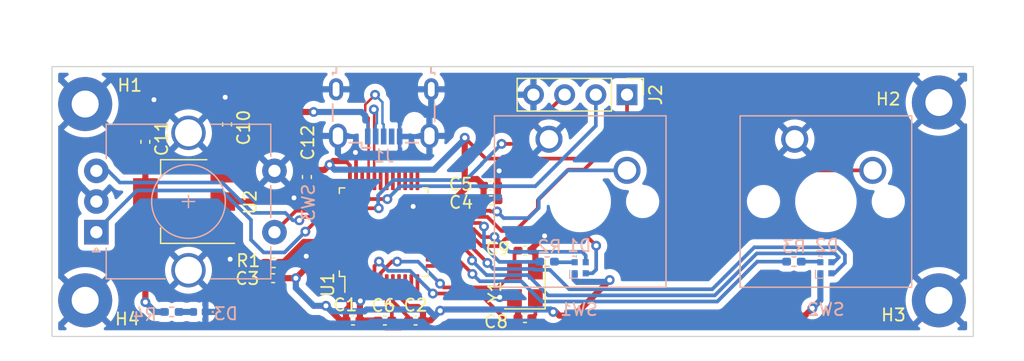
<source format=kicad_pcb>
(kicad_pcb (version 20211014) (generator pcbnew)
  (layers (0 "F.Cu" signal) (31 "B.Cu" power) (34 "B.Paste" user) (35 "F.Paste" user) (36 "B.SilkS" user "B.Silkscreen") (37 "F.SilkS" user "F.Silkscreen") (38 "B.Mask" user) (39 "F.Mask" user) (44 "Edge.Cuts" user))
  (net 0 "")
  (net 1 "+3.3V")
  (net 2 "GND")
  (net 3 "/nrst")
  (net 4 "/osc_in")
  (net 5 "/osc_out")
  (net 6 "+5V")
  (net 7 "Net-(D1-Pad1)")
  (net 8 "/rgb1g")
  (net 9 "/rgb1b")
  (net 10 "Net-(D2-Pad1)")
  (net 11 "/rgb2g")
  (net 12 "/rgb2b")
  (net 13 "/pwr_led_+")
  (net 14 "/usb-")
  (net 15 "/usb+")
  (net 17 "/swdio")
  (net 18 "/swclk")
  (net 19 "/boot0")
  (net 20 "/rgb1r")
  (net 21 "/rgb2r")
  (net 22 "/sw1")
  (net 23 "/sw2")
  (net 24 "/rot_encoder_a")
  (net 25 "/rot_encoder_b")
  (net 26 "/rot_encoder_sw")
  (footprint "MountingHole:MountingHole_2.2mm_M2_Pad_TopBottom" (layer "F.Cu") (at 110.7 122.555)
    (fp_text reference "H4" (at 3.429 1.524) (layer "F.SilkS"))
    (fp_text value "MountingHole_Pad")
    (pad "1" connect circle (at 0 0) (size 4.4 4.4) (layers "F.Cu" "F.Mask") (net 2 "GND"))
    (pad "1" connect circle (at 0 0) (size 4.4 4.4) (layers "B.Cu" "B.Mask") (net 2 "GND"))
    (pad "1" thru_hole circle (at 0 0) (size 2.6 2.6) (drill 2.2) (layers *.Cu *.Mask) (net 2 "GND"))
  )
  (footprint "Capacitor_SMD:C_0402_1005Metric_Pad0.74x0.62mm_HandSolder" (layer "F.Cu") (at 146.5 124 180)
    (fp_text reference "C8" (at 2.35 -0.3 180) (layer "F.SilkS"))
    (fp_text value "10p")
    (pad "1" smd roundrect (at -0.5675 0 180) (size 0.735 0.62) (layers "F.Cu" "F.Paste" "F.Mask") (net 4 "/osc_in"))
    (pad "2" smd roundrect (at 0.5675 0 180) (size 0.735 0.62) (layers "F.Cu" "F.Paste" "F.Mask") (net 2 "GND"))
  )
  (footprint "Capacitor_SMD:C_0402_1005Metric_Pad0.74x0.62mm_HandSolder" (layer "F.Cu") (at 137.6 124.2 180)
    (fp_text reference "C2" (at 0 1.25) (layer "F.SilkS"))
    (fp_text value "100n")
    (pad "1" smd roundrect (at -0.5675 0 180) (size 0.735 0.62) (layers "F.Cu" "F.Paste" "F.Mask") (net 1 "+3.3V"))
    (pad "2" smd roundrect (at 0.5675 0 180) (size 0.735 0.62) (layers "F.Cu" "F.Paste" "F.Mask") (net 2 "GND"))
  )
  (footprint "MountingHole:MountingHole_2.2mm_M2_Pad_TopBottom" (layer "F.Cu") (at 110.7 106.553)
    (fp_text reference "H1" (at 3.625 -1.528) (layer "F.SilkS"))
    (fp_text value "MountingHole_Pad")
    (pad "1" thru_hole circle (at 0 0) (size 2.6 2.6) (drill 2.2) (layers *.Cu *.Mask) (net 2 "GND"))
    (pad "1" connect circle (at 0 0) (size 4.4 4.4) (layers "F.Cu" "F.Mask") (net 2 "GND"))
    (pad "1" connect circle (at 0 0) (size 4.4 4.4) (layers "B.Cu" "B.Mask") (net 2 "GND"))
  )
  (footprint "MountingHole:MountingHole_2.2mm_M2_Pad_TopBottom" (layer "F.Cu") (at 180.2 122.555)
    (fp_text reference "H3" (at -3.7 1.195) (layer "F.SilkS"))
    (fp_text value "MountingHole_Pad")
    (pad "1" thru_hole circle (at 0 0) (size 2.6 2.6) (drill 2.2) (layers *.Cu *.Mask) (net 2 "GND"))
    (pad "1" connect circle (at 0 0) (size 4.4 4.4) (layers "B.Cu" "B.Mask") (net 2 "GND"))
    (pad "1" connect circle (at 0 0) (size 4.4 4.4) (layers "F.Cu" "F.Mask") (net 2 "GND"))
  )
  (footprint "Crystal:Crystal_SMD_3225-4Pin_3.2x2.5mm" (layer "F.Cu") (at 146.5 121.25 90)
    (fp_text reference "Y1" (at -0.62 -2.45 90) (layer "F.SilkS"))
    (fp_text value "16MHz")
    (pad "1" smd rect (at -1.1 0.85 90) (size 1.4 1.2) (layers "F.Cu" "F.Paste" "F.Mask") (net 4 "/osc_in"))
    (pad "2" smd rect (at 1.1 0.85 90) (size 1.4 1.2) (layers "F.Cu" "F.Paste" "F.Mask") (net 2 "GND"))
    (pad "3" smd rect (at 1.1 -0.85 90) (size 1.4 1.2) (layers "F.Cu" "F.Paste" "F.Mask") (net 5 "/osc_out"))
    (pad "4" smd rect (at -1.1 -0.85 90) (size 1.4 1.2) (layers "F.Cu" "F.Paste" "F.Mask") (net 2 "GND"))
  )
  (footprint "MountingHole:MountingHole_2.2mm_M2_Pad_TopBottom" (layer "F.Cu") (at 180.2 106.426)
    (fp_text reference "H2" (at -4.125 -0.276) (layer "F.SilkS"))
    (fp_text value "MountingHole_Pad")
    (pad "1" connect circle (at 0 0) (size 4.4 4.4) (layers "B.Cu" "B.Mask") (net 2 "GND"))
    (pad "1" connect circle (at 0 0) (size 4.4 4.4) (layers "F.Cu" "F.Mask") (net 2 "GND"))
    (pad "1" thru_hole circle (at 0 0) (size 2.6 2.6) (drill 2.2) (layers *.Cu *.Mask) (net 2 "GND"))
  )
  (footprint "Capacitor_SMD:C_0402_1005Metric_Pad0.74x0.62mm_HandSolder" (layer "F.Cu") (at 115.6 109.6325 90)
    (fp_text reference "C11" (at 0.2825 1.325 90) (layer "F.SilkS"))
    (fp_text value "22pf")
    (pad "1" smd roundrect (at -0.5675 0 90) (size 0.735 0.62) (layers "F.Cu" "F.Paste" "F.Mask") (net 1 "+3.3V"))
    (pad "2" smd roundrect (at 0.5675 0 90) (size 0.735 0.62) (layers "F.Cu" "F.Paste" "F.Mask") (net 2 "GND"))
  )
  (footprint "Capacitor_SMD:C_0402_1005Metric_Pad0.74x0.62mm_HandSolder" (layer "F.Cu") (at 143.7 113.2)
    (fp_text reference "C5" (at -2.425 -0.1) (layer "F.SilkS"))
    (fp_text value "10u")
    (pad "1" smd roundrect (at -0.5675 0) (size 0.735 0.62) (layers "F.Cu" "F.Paste" "F.Mask") (net 1 "+3.3V"))
    (pad "2" smd roundrect (at 0.5675 0) (size 0.735 0.62) (layers "F.Cu" "F.Paste" "F.Mask") (net 2 "GND"))
  )
  (footprint "Resistor_SMD:R_0402_1005Metric_Pad0.72x0.64mm_HandSolder" (layer "F.Cu") (at 126 119.5 180)
    (fp_text reference "R1" (at 2.025 0.175 180) (layer "F.SilkS"))
    (fp_text value "10K")
    (pad "1" smd roundrect (at -0.5975 0 180) (size 0.715 0.64) (layers "F.Cu" "F.Paste" "F.Mask") (net 19 "/boot0"))
    (pad "2" smd roundrect (at 0.5975 0 180) (size 0.715 0.64) (layers "F.Cu" "F.Paste" "F.Mask") (net 2 "GND"))
  )
  (footprint "Package_TO_SOT_SMD:SOT-223-3_TabPin2" (layer "F.Cu") (at 118.75 114.5 180)
    (fp_text reference "U2" (at -5.387 -0.054 90) (layer "F.SilkS"))
    (fp_text value "AMS1117-3.3")
    (pad "1" smd rect (at -3.15 -2.3 180) (size 2 1.5) (layers "F.Cu" "F.Paste" "F.Mask") (net 2 "GND"))
    (pad "2" smd rect (at -3.15 0 180) (size 2 1.5) (layers "F.Cu" "F.Paste" "F.Mask") (net 1 "+3.3V"))
    (pad "2" smd rect (at 3.15 0 180) (size 2 3.8) (layers "F.Cu" "F.Paste" "F.Mask") (net 1 "+3.3V"))
    (pad "3" smd rect (at -3.15 2.3 180) (size 2 1.5) (layers "F.Cu" "F.Paste" "F.Mask") (net 6 "+5V"))
  )
  (footprint "Capacitor_SMD:C_0402_1005Metric_Pad0.74x0.62mm_HandSolder" (layer "F.Cu") (at 128.75 112.5 -90)
    (fp_text reference "C12" (at -2.8 -0.075 90) (layer "F.SilkS"))
    (fp_text value "100n")
    (pad "1" smd roundrect (at -0.5675 0 270) (size 0.735 0.62) (layers "F.Cu" "F.Paste" "F.Mask") (net 1 "+3.3V"))
    (pad "2" smd roundrect (at 0.5675 0 270) (size 0.735 0.62) (layers "F.Cu" "F.Paste" "F.Mask") (net 2 "GND"))
  )
  (footprint "Capacitor_SMD:C_0402_1005Metric_Pad0.74x0.62mm_HandSolder" (layer "F.Cu") (at 126 120.75 180)
    (fp_text reference "C3" (at 2.1 -0.025 180) (layer "F.SilkS"))
    (fp_text value "100n")
    (pad "1" smd roundrect (at -0.5675 0 180) (size 0.735 0.62) (layers "F.Cu" "F.Paste" "F.Mask") (net 1 "+3.3V"))
    (pad "2" smd roundrect (at 0.5675 0 180) (size 0.735 0.62) (layers "F.Cu" "F.Paste" "F.Mask") (net 2 "GND"))
  )
  (footprint "Capacitor_SMD:C_0402_1005Metric_Pad0.74x0.62mm_HandSolder" (layer "F.Cu") (at 132.5 124.2)
    (fp_text reference "C1" (at -0.625 -1.275) (layer "F.SilkS"))
    (fp_text value "100n")
    (pad "1" smd roundrect (at -0.5675 0) (size 0.735 0.62) (layers "F.Cu" "F.Paste" "F.Mask") (net 1 "+3.3V"))
    (pad "2" smd roundrect (at 0.5675 0) (size 0.735 0.62) (layers "F.Cu" "F.Paste" "F.Mask") (net 2 "GND"))
  )
  (footprint "Package_QFP:LQFP-48_7x7mm_P0.5mm" (layer "F.Cu") (at 135 117 90)
    (fp_text reference "U1" (at -4.275 -4.55 90) (layer "F.SilkS"))
    (fp_text value "STM32F103C6Tx")
    (pad "1" smd roundrect (at -4.1625 -2.75 90) (size 1.475 0.3) (layers "F.Cu" "F.Paste" "F.Mask") (net 1 "+3.3V"))
    (pad "2" smd roundrect (at -4.1625 -2.25 90) (size 1.475 0.3) (layers "F.Cu" "F.Paste" "F.Mask"))
    (pad "3" smd roundrect (at -4.1625 -1.75 90) (size 1.475 0.3) (layers "F.Cu" "F.Paste" "F.Mask"))
    (pad "4" smd roundrect (at -4.1625 -1.25 90) (size 1.475 0.3) (layers "F.Cu" "F.Paste" "F.Mask"))
    (pad "5" smd roundrect (at -4.1625 -0.75 90) (size 1.475 0.3) (layers "F.Cu" "F.Paste" "F.Mask") (net 4 "/osc_in"))
    (pad "6" smd roundrect (at -4.1625 -0.25 90) (size 1.475 0.3) (layers "F.Cu" "F.Paste" "F.Mask") (net 5 "/osc_out"))
    (pad "7" smd roundrect (at -4.1625 0.25 90) (size 1.475 0.3) (layers "F.Cu" "F.Paste" "F.Mask") (net 3 "/nrst"))
    (pad "8" smd roundrect (at -4.1625 0.75 90) (size 1.475 0.3) (layers "F.Cu" "F.Paste" "F.Mask") (net 2 "GND"))
    (pad "9" smd roundrect (at -4.1625 1.25 90) (size 1.475 0.3) (layers "F.Cu" "F.Paste" "F.Mask") (net 1 "+3.3V"))
    (pad "10" smd roundrect (at -4.1625 1.75 90) (size 1.475 0.3) (layers "F.Cu" "F.Paste" "F.Mask"))
    (pad "11" smd roundrect (at -4.1625 2.25 90) (size 1.475 0.3) (layers "F.Cu" "F.Paste" "F.Mask"))
    (pad "12" smd roundrect (at -4.1625 2.75 90) (size 1.475 0.3) (layers "F.Cu" "F.Paste" "F.Mask"))
    (pad "13" smd roundrect (at -2.75 4.1625 90) (size 0.3 1.475) (layers "F.Cu" "F.Paste" "F.Mask"))
    (pad "14" smd roundrect (at -2.25 4.1625 90) (size 0.3 1.475) (layers "F.Cu" "F.Paste" "F.Mask"))
    (pad "15" smd roundrect (at -1.75 4.1625 90) (size 0.3 1.475) (layers "F.Cu" "F.Paste" "F.Mask") (net 21 "/rgb2r"))
    (pad "16" smd roundrect (at -1.25 4.1625 90) (size 0.3 1.475) (layers "F.Cu" "F.Paste" "F.Mask") (net 11 "/rgb2g"))
    (pad "17" smd roundrect (at -0.75 4.1625 90) (size 0.3 1.475) (layers "F.Cu" "F.Paste" "F.Mask") (net 12 "/rgb2b"))
    (pad "18" smd roundrect (at -0.25 4.1625 90) (size 0.3 1.475) (layers "F.Cu" "F.Paste" "F.Mask") (net 9 "/rgb1b"))
    (pad "19" smd roundrect (at 0.25 4.1625 90) (size 0.3 1.475) (layers "F.Cu" "F.Paste" "F.Mask") (net 8 "/rgb1g"))
    (pad "20" smd roundrect (at 0.75 4.1625 90) (size 0.3 1.475) (layers "F.Cu" "F.Paste" "F.Mask") (net 20 "/rgb1r"))
    (pad "21" smd roundrect (at 1.25 4.1625 90) (size 0.3 1.475) (layers "F.Cu" "F.Paste" "F.Mask") (net 23 "/sw2"))
    (pad "22" smd roundrect (at 1.75 4.1625 90) (size 0.3 1.475) (layers "F.Cu" "F.Paste" "F.Mask") (net 22 "/sw1"))
    (pad "23" smd roundrect (at 2.25 4.1625 90) (size 0.3 1.475) (layers "F.Cu" "F.Paste" "F.Mask") (net 2 "GND"))
    (pad "24" smd roundrect (at 2.75 4.1625 90) (size 0.3 1.475) (layers "F.Cu" "F.Paste" "F.Mask") (net 1 "+3.3V"))
    (pad "25" smd roundrect (at 4.1625 2.75 90) (size 1.475 0.3) (layers "F.Cu" "F.Paste" "F.Mask"))
    (pad "26" smd roundrect (at 4.1625 2.25 90) (size 1.475 0.3) (layers "F.Cu" "F.Paste" "F.Mask"))
    (pad "27" smd roundrect (at 4.1625 1.75 90) (size 1.475 0.3) (layers "F.Cu" "F.Paste" "F.Mask"))
    (pad "28" smd roundrect (at 4.1625 1.25 90) (size 1.475 0.3) (layers "F.Cu" "F.Paste" "F.Mask"))
    (pad "29" smd roundrect (at 4.1625 0.75 90) (size 1.475 0.3) (layers "F.Cu" "F.Paste" "F.Mask"))
    (pad "30" smd roundrect (at 4.1625 0.25 90) (size 1.475 0.3) (layers "F.Cu" "F.Paste" "F.Mask"))
    (pad "31" smd roundrect (at 4.1625 -0.25 90) (size 1.475 0.3) (layers "F.Cu" "F.Paste" "F.Mask"))
    (pad "32" smd roundrect (at 4.1625 -0.75 90) (size 1.475 0.3) (layers "F.Cu" "F.Paste" "F.Mask") (net 14 "/usb-"))
    (pad "33" smd roundrect (at 4.1625 -1.25 90) (size 1.475 0.3) (layers "F.Cu" "F.Paste" "F.Mask") (net 15 "/usb+"))
    (pad "34" smd roundrect (at 4.1625 -1.75 90) (size 1.475 0.3) (layers "F.Cu" "F.Paste" "F.Mask") (net 17 "/swdio"))
    (pad "35" smd roundrect (at 4.1625 -2.25 90) (size 1.475 0.3) (layers "F.Cu" "F.Paste" "F.Mask") (net 2 "GND"))
    (pad "36" smd roundrect (at 4.1625 -2.75 90) (size 1.475 0.3) (layers "F.Cu" "F.Paste" "F.Mask") (net 1 "+3.3V"))
    (pad "37" smd roundrect (at 2.75 -4.1625 90) (size 0.3 1.475) (layers "F.Cu" "F.Paste" "F.Mask") (net 18 "/swclk"))
    (pad "38" smd roundrect (at 2.25 -4.1625 90) (size 0.3 1.475) (layers "F.Cu" "F.Paste" "F.Mask"))
    (pad "39" smd roundrect (at 1.75 -4.1625 90) (size 0.3 1.475) (layers "F.Cu" "F.Paste" "F.Mask") (net 26 "/rot_encoder_sw"))
    (pad "40" smd roundrect (at 1.25 -4.1625 90) (size 0.3 1.475) (layers "F.Cu" "F.Paste" "F.Mask") (net 25 "/rot_encoder_b"))
    (pad "41" smd roundrect (at 0.75 -4.1625 90) (size 0.3 1.475) (layers "F.Cu" "F.Paste" "F.Mask") (net 24 "/rot_encoder_a"))
    (pad "42" smd roundrect (at 0.25 -4.1625 90) (size 0.3 1.475) (layers "F.Cu" "F.Paste" "F.Mask"))
    (pad "43" smd roundrect (at -0.25 -4.1625 90) (size 0.3 1.475) (layers "F.Cu" "F.Paste" "F.Mask"))
    (pad "44" smd roundrect (at -0.75 -4.1625 90) (size 0.3 1.475) (layers "F.Cu" "F.Paste" "F.Mask") (net 19 "/boot0"))
    (pad "45" smd roundrect (at -1.25 -4.1625 90) (size 0.3 1.475) (layers "F.Cu" "F.Paste" "F.Mask"))
    (pad "46" smd roundrect (at -1.75 -4.1625 90) (size 0.3 1.475) (layers "F.Cu" "F.Paste" "F.Mask"))
    (pad "47" smd roundrect (at -2.25 -4.1625 90) (size 0.3 1.475) (layers "F.Cu" "F.Paste" "F.Mask") (net 2 "GND"))
    (pad "48" smd roundrect (at -2.75 -4.1625 90) (size 0.3 1.475) (layers "F.Cu" "F.Paste" "F.Mask") (net 1 "+3.3V"))
  )
  (footprint "Connector_PinHeader_2.54mm:PinHeader_1x04_P2.54mm_Vertical" (layer "F.Cu") (at 154.813 105.791 -90)
    (fp_text reference "J2" (at 0 -2.33 90) (layer "F.SilkS"))
    (fp_text value "Conn_01x04_Female")
    (pad "1" thru_hole rect (at 0 0 270) (size 1.7 1.7) (drill 1) (layers *.Cu *.Mask) (net 1 "+3.3V"))
    (pad "2" thru_hole oval (at 0 2.54 270) (size 1.7 1.7) (drill 1) (layers *.Cu *.Mask) (net 17 "/swdio"))
    (pad "3" thru_hole oval (at 0 5.08 270) (size 1.7 1.7) (drill 1) (layers *.Cu *.Mask) (net 18 "/swclk"))
    (pad "4" thru_hole oval (at 0 7.62 270) (size 1.7 1.7) (drill 1) (layers *.Cu *.Mask) (net 2 "GND"))
  )
  (footprint "Capacitor_SMD:C_0402_1005Metric_Pad0.74x0.62mm_HandSolder" (layer "F.Cu") (at 143.7325 114.4)
    (fp_text reference "C4" (at -2.4325 0.175) (layer "F.SilkS"))
    (fp_text value "100n")
    (pad "1" smd roundrect (at -0.5675 0) (size 0.735 0.62) (layers "F.Cu" "F.Paste" "F.Mask") (net 1 "+3.3V"))
    (pad "2" smd roundrect (at 0.5675 0) (size 0.735 0.62) (layers "F.Cu" "F.Paste" "F.Mask") (net 2 "GND"))
  )
  (footprint "Capacitor_SMD:C_0402_1005Metric_Pad0.74x0.62mm_HandSolder" (layer "F.Cu") (at 122.25 108.2125 90)
    (fp_text reference "C10" (at -0.2625 1.35 90) (layer "F.SilkS"))
    (fp_text value "22p")
    (pad "1" smd roundrect (at -0.5675 0 90) (size 0.735 0.62) (layers "F.Cu" "F.Paste" "F.Mask") (net 6 "+5V"))
    (pad "2" smd roundrect (at 0.5675 0 90) (size 0.735 0.62) (layers "F.Cu" "F.Paste" "F.Mask") (net 2 "GND"))
  )
  (footprint "Capacitor_SMD:C_0402_1005Metric_Pad0.74x0.62mm_HandSolder" (layer "F.Cu") (at 146.5 118.5)
    (fp_text reference "C9" (at -2.225 -0.15) (layer "F.SilkS"))
    (fp_text value "10p")
    (pad "1" smd roundrect (at -0.5675 0) (size 0.735 0.62) (layers "F.Cu" "F.Paste" "F.Mask") (net 5 "/osc_out"))
    (pad "2" smd roundrect (at 0.5675 0) (size 0.735 0.62) (layers "F.Cu" "F.Paste" "F.Mask") (net 2 "GND"))
  )
  (footprint "Capacitor_SMD:C_0402_1005Metric_Pad0.74x0.62mm_HandSolder" (layer "F.Cu") (at 135.1 124.2)
    (fp_text reference "C6" (at -0.125 -1.225) (layer "F.SilkS"))
    (fp_text value "100n")
    (pad "1" smd roundrect (at -0.5675 0) (size 0.735 0.62) (layers "F.Cu" "F.Paste" "F.Mask") (net 2 "GND"))
    (pad "2" smd roundrect (at 0.5675 0) (size 0.735 0.62) (layers "F.Cu" "F.Paste" "F.Mask") (net 3 "/nrst"))
  )
  (footprint "Resistor_SMD:R_0402_1005Metric_Pad0.72x0.64mm_HandSolder" (layer "B.Cu") (at 168.4 119.4)
    (fp_text reference "R3" (at 0 -1.225 180) (layer "B.SilkS") (effects (justify mirror)))
    (fp_text value "1k5")
    (pad "1" smd roundrect (at -0.5975 0) (size 0.715 0.64) (layers "B.Cu" "B.Paste" "B.Mask") (net 21 "/rgb2r"))
    (pad "2" smd roundrect (at 0.5975 0) (size 0.715 0.64) (layers "B.Cu" "B.Paste" "B.Mask") (net 10 "Net-(D2-Pad1)"))
  )
  (footprint "LED_SMD:LED_SK6812_EC15_1.5x1.5mm" (layer "B.Cu") (at 151 119.9 -90)
    (fp_text reference "D1" (at -1.8 0.075) (layer "B.SilkS") (effects (justify mirror)))
    (fp_text value "LED_RGBA")
    (fp_text user "1" (at -0.925 0.45 90) (layer "B.SilkS") (effects (font (size 0.3 0.3) (thickness 0.075)) (justify mirror)))
    (pad "1" smd rect (at -0.45 0.45 270) (size 0.5 0.5) (layers "B.Cu" "B.Paste" "B.Mask") (net 7 "Net-(D1-Pad1)"))
    (pad "2" smd rect (at -0.45 -0.45 270) (size 0.5 0.5) (layers "B.Cu" "B.Paste" "B.Mask") (net 8 "/rgb1g"))
    (pad "3" smd rect (at 0.45 -0.45 270) (size 0.5 0.5) (layers "B.Cu" "B.Paste" "B.Mask") (net 9 "/rgb1b"))
    (pad "4" smd rect (at 0.45 0.45 270) (size 0.5 0.5) (layers "B.Cu" "B.Paste" "B.Mask") (net 1 "+3.3V"))
  )
  (footprint "Connector_USB:USB_Micro-B_Wuerth_629105150521" (layer "B.Cu") (at 135 107.3)
    (fp_text reference "J1" (at 0 3.5) (layer "B.SilkS") (effects (justify mirror)))
    (fp_text value "USB_B_Micro")
    (pad "" np_thru_hole oval (at -2.5 0.8) (size 0.8 0.8) (drill 0.8) (layers *.Cu *.Mask))
    (pad "" np_thru_hole oval (at 2.5 0.8) (size 0.8 0.8) (drill 0.8) (layers *.Cu *.Mask))
    (pad "1" smd rect (at -1.3 1.9) (size 0.45 1.3) (layers "B.Cu" "B.Paste" "B.Mask") (net 6 "+5V"))
    (pad "2" smd rect (at -0.65 1.9) (size 0.45 1.3) (layers "B.Cu" "B.Paste" "B.Mask") (net 14 "/usb-"))
    (pad "3" smd rect (at 0 1.9) (size 0.45 1.3) (layers "B.Cu" "B.Paste" "B.Mask") (net 15 "/usb+"))
    (pad "4" smd rect (at 0.65 1.9) (size 0.45 1.3) (layers "B.Cu" "B.Paste" "B.Mask"))
    (pad "5" smd rect (at 1.3 1.9) (size 0.45 1.3) (layers "B.Cu" "B.Paste" "B.Mask") (net 2 "GND"))
    (pad "6" thru_hole oval (at 3.875 -1.95) (size 1.15 1.8) (drill oval 0.55 1.2) (layers *.Cu *.Mask) (net 2 "GND"))
    (pad "6" thru_hole oval (at -3.725 1.85) (size 1.45 2) (drill oval 0.85 1.4) (layers *.Cu *.Mask) (net 2 "GND"))
    (pad "6" thru_hole oval (at -3.875 -1.95) (size 1.15 1.8) (drill oval 0.55 1.2) (layers *.Cu *.Mask) (net 2 "GND"))
    (pad "6" thru_hole oval (at 3.725 1.85) (size 1.45 2) (drill oval 0.85 1.4) (layers *.Cu *.Mask) (net 2 "GND"))
  )
  (footprint "LED_SMD:LED_SK6812_EC15_1.5x1.5mm" (layer "B.Cu") (at 171 119.9 -90)
    (fp_text reference "D2" (at -1.825 -0.075) (layer "B.SilkS") (effects (justify mirror)))
    (fp_text value "LED_RGBA")
    (fp_text user "1" (at -0.925 0.45 90) (layer "B.SilkS") (effects (font (size 0.3 0.3) (thickness 0.075)) (justify mirror)))
    (pad "1" smd rect (at -0.45 0.45 270) (size 0.5 0.5) (layers "B.Cu" "B.Paste" "B.Mask") (net 10 "Net-(D2-Pad1)"))
    (pad "2" smd rect (at -0.45 -0.45 270) (size 0.5 0.5) (layers "B.Cu" "B.Paste" "B.Mask") (net 11 "/rgb2g"))
    (pad "3" smd rect (at 0.45 -0.45 270) (size 0.5 0.5) (layers "B.Cu" "B.Paste" "B.Mask") (net 12 "/rgb2b"))
    (pad "4" smd rect (at 0.45 0.45 270) (size 0.5 0.5) (layers "B.Cu" "B.Paste" "B.Mask") (net 1 "+3.3V"))
  )
  (footprint "Resistor_SMD:R_0402_1005Metric_Pad0.72x0.64mm_HandSolder" (layer "B.Cu") (at 117.75 123.5 180)
    (fp_text reference "R4" (at 2.2 -0.225) (layer "B.SilkS") (effects (justify mirror)))
    (fp_text value "1k5")
    (pad "1" smd roundrect (at -0.5975 0 180) (size 0.715 0.64) (layers "B.Cu" "B.Paste" "B.Mask") (net 13 "/pwr_led_+"))
    (pad "2" smd roundrect (at 0.5975 0 180) (size 0.715 0.64) (layers "B.Cu" "B.Paste" "B.Mask") (net 1 "+3.3V"))
  )
  (footprint "Button_Switch_Keyboard:SW_Cherry_MX_1.00u_PCB" (layer "B.Cu") (at 168.46 109.42 180)
    (fp_text reference "SW2" (at -2.54 -13.88) (layer "B.SilkS") (effects (justify mirror)))
    (fp_text value "SW_Push")
    (pad "" np_thru_hole circle (at -7.62 -5.08 180) (size 1.7 1.7) (drill 1.7) (layers *.Cu *.Mask))
    (pad "" np_thru_hole circle (at -2.54 -5.08 180) (size 4 4) (drill 4) (layers *.Cu *.Mask))
    (pad "" np_thru_hole circle (at 2.54 -5.08 180) (size 1.7 1.7) (drill 1.7) (layers *.Cu *.Mask))
    (pad "1" thru_hole circle (at 0 0 180) (size 2.2 2.2) (drill 1.5) (layers *.Cu *.Mask) (net 2 "GND"))
    (pad "2" thru_hole circle (at -6.35 -2.54 180) (size 2.2 2.2) (drill 1.5) (layers *.Cu *.Mask) (net 23 "/sw2"))
  )
  (footprint "LED_SMD:LED_0402_1005Metric" (layer "B.Cu") (at 120 123.5 180)
    (fp_text reference "D3" (at -2.15 -0.15) (layer "B.SilkS") (effects (justify mirror)))
    (fp_text value "RED")
    (pad "1" smd roundrect (at -0.485 0 180) (size 0.59 0.64) (layers "B.Cu" "B.Paste" "B.Mask") (net 2 "GND"))
    (pad "2" smd roundrect (at 0.485 0 180) (size 0.59 0.64) (layers "B.Cu" "B.Paste" "B.Mask") (net 13 "/pwr_led_+"))
  )
  (footprint "Resistor_SMD:R_0402_1005Metric_Pad0.72x0.64mm_HandSolder" (layer "B.Cu") (at 148.3025 119.4)
    (fp_text reference "R2" (at 0.1975 -1.225 180) (layer "B.SilkS") (effects (justify mirror)))
    (fp_text value "1k5")
    (pad "1" smd roundrect (at -0.5975 0) (size 0.715 0.64) (layers "B.Cu" "B.Paste" "B.Mask") (net 20 "/rgb1r"))
    (pad "2" smd roundrect (at 0.5975 0) (size 0.715 0.64) (layers "B.Cu" "B.Paste" "B.Mask") (net 7 "Net-(D1-Pad1)"))
  )
  (footprint "Rotary_Encoder:RotaryEncoder_Alps_EC12E-Switch_Vertical_H20mm_CircularMountingHoles" (layer "B.Cu") (at 111.6095 117)
    (fp_text reference "SW3" (at 17.2655 -2.425 90) (layer "B.SilkS") (effects (justify mirror)))
    (fp_text value "RotaryEncoder_Switch")
    (pad "A" thru_hole rect (at 0 0) (size 2 2) (drill 1) (layers *.Cu *.Mask) (net 24 "/rot_encoder_a"))
    (pad "B" thru_hole circle (at 0 -5) (size 2 2) (drill 1) (layers *.Cu *.Mask) (net 25 "/rot_encoder_b"))
    (pad "C" thru_hole circle (at 0 -2.5) (size 2 2) (drill 1) (layers *.Cu *.Mask) (net 2 "GND"))
    (pad "MP" thru_hole circle (at 7.5 -8.1) (size 2.8 2.8) (drill 2.2) (layers *.Cu *.Mask) (net 2 "GND"))
    (pad "MP" thru_hole circle (at 7.5 3.1) (size 2.8 2.8) (drill 2.2) (layers *.Cu *.Mask) (net 2 "GND"))
    (pad "S1" thru_hole circle (at 14.5 0) (size 2 2) (drill 1) (layers *.Cu *.Mask) (net 26 "/rot_encoder_sw"))
    (pad "S2" thru_hole circle (at 14.5 -5) (size 2 2) (drill 1) (layers *.Cu *.Mask) (net 2 "GND"))
  )
  (footprint "Button_Switch_Keyboard:SW_Cherry_MX_1.00u_PCB" (layer "B.Cu") (at 148.46 109.42 180)
    (fp_text reference "SW1" (at -2.44 -13.88) (layer "B.SilkS") (effects (justify mirror)))
    (fp_text value "SW_Push")
    (pad "" np_thru_hole circle (at -2.54 -5.08 180) (size 4 4) (drill 4) (layers *.Cu *.Mask))
    (pad "" np_thru_hole circle (at 2.54 -5.08 180) (size 1.7 1.7) (drill 1.7) (layers *.Cu *.Mask))
    (pad "" np_thru_hole circle (at -7.62 -5.08 180) (size 1.7 1.7) (drill 1.7) (layers *.Cu *.Mask))
    (pad "1" thru_hole circle (at 0 0 180) (size 2.2 2.2) (drill 1.5) (layers *.Cu *.Mask) (net 2 "GND"))
    (pad "2" thru_hole circle (at -6.35 -2.54 180) (size 2.2 2.2) (drill 1.5) (layers *.Cu *.Mask) (net 22 "/sw1"))
  )
  (gr_rect (start 183 103.5) (end 108 125.5) (layer "Edge.Cuts") (width 0.1) (fill none))
  (segment (start 141.6 112.6675) (end 142.6 112.6675) (width 0.5) (layer "F.Cu") (net 1))
  (segment (start 151.1 111) (end 154.813 107.287) (width 0.3) (layer "F.Cu") (net 1))
  (segment (start 132.2324 122.3772) (end 132.225 122.3846) (width 0.5) (layer "F.Cu") (net 1))
  (segment (start 142.6 112.6675) (end 143.1325 113.2) (width 0.5) (layer "F.Cu") (net 1))
  (segment (start 131.9 111.2) (end 132.25 111.55) (width 0.3) (layer "F.Cu") (net 1))
  (segment (start 139.6 123.4) (end 138.8 124.2) (width 0.5) (layer "F.Cu") (net 1))
  (segment (start 153.4 120.9) (end 150.7 123.6) (width 0.5) (layer "F.Cu") (net 1))
  (segment (start 143.3 111) (end 151.1 111) (width 0.3) (layer "F.Cu") (net 1))
  (segment (start 169.3 123.8) (end 169.9 123.2) (width 0.5) (layer "F.Cu") (net 1))
  (segment (start 126.5675 121.2325) (end 126.5675 120.75) (width 0.5) (layer "F.Cu") (net 1))
  (segment (start 149.309401 123.8) (end 150.7 123.8) (width 0.5) (layer "F.Cu") (net 1))
  (segment (start 143.1325 113.2) (end 143.1325 114.3675) (width 0.5) (layer "F.Cu") (net 1))
  (segment (start 141.6 112.6675) (end 141.6 113.5) (width 0.5) (layer "F.Cu") (net 1))
  (segment (start 137.1 123.1) (end 137.8 123.1) (width 0.5) (layer "F.Cu") (net 1))
  (segment (start 126.29 121.51) (end 126.5675 121.2325) (width 0.5) (layer "F.Cu") (net 1))
  (segment (start 132.25 122.3596) (end 132.25 121.1625) (width 0.3) (layer "F.Cu") (net 1))
  (segment (start 150.7 123.6) (end 150.7 123.8) (width 0.5) (layer "F.Cu") (net 1))
  (segment (start 130.1675 111.9325) (end 130.6 111.5) (width 0.5) (layer "F.Cu") (net 1))
  (segment (start 129.55 119.75) (end 130.8375 119.75) (width 0.3) (layer "F.Cu") (net 1))
  (segment (start 131.9325 123.3675) (end 131.9325 124.25) (width 0.5) (layer "F.Cu") (net 1))
  (segment (start 138.2 123.5) (end 138.2 124.079401) (width 0.5) (layer "F.Cu") (net 1))
  (segment (start 141.6 109.3) (end 143.3 111) (width 0.3) (layer "F.Cu") (net 1))
  (segment (start 138.8 124.2) (end 138.1675 124.2) (width 0.5) (layer "F.Cu") (net 1))
  (segment (start 128.75 111.9325) (end 128.661901 111.9325) (width 0.5) (layer "F.Cu") (net 1))
  (segment (start 119.2 117.2) (end 123.51 121.51) (width 0.5) (layer "F.Cu") (net 1))
  (segment (start 139.1625 114.25) (end 140.85 114.25) (width 0.3) (layer "F.Cu") (net 1))
  (segment (start 138.1675 124.111901) (end 138.1675 124.2) (width 0.5) (layer "F.Cu") (net 1))
  (segment (start 150.7 123.8) (end 169.3 123.8) (width 0.5) (layer "F.Cu") (net 1))
  (segment (start 130.9 111.2) (end 130.6 111.5) (width 0.5) (layer "F.Cu") (net 1))
  (segment (start 138.2 124.079401) (end 138.1675 124.111901) (width 0.5) (layer "F.Cu") (net 1))
  (segment (start 141.6 113.5) (end 140.85 114.25) (width 0.5) (layer "F.Cu") (net 1))
  (segment (start 149.009401 123.5) (end 149.309401 123.8) (width 0.5) (layer "F.Cu") (net 1))
  (segment (start 132.2324 122.3772) (end 132.25 122.3596) (width 0.3) (layer "F.Cu") (net 1))
  (segment (start 136.25 122.25) (end 136.25 121.1625) (width 0.3) (layer "F.Cu") (net 1))
  (segment (start 128.75 111.9325) (end 130.1675 111.9325) (width 0.5) (layer "F.Cu") (net 1))
  (segment (start 154.813 107.287) (end 154.813 105.791) (width 0.3) (layer "F.Cu") (net 1))
  (segment (start 137.8 123.1) (end 138.2 123.5) (width 0.5) (layer "F.Cu") (net 1))
  (segment (start 130.3 123) (end 131.5 124.2) (width 0.5) (layer "F.Cu") (net 1))
  (segment (start 132.225 122.3846) (end 132.225 123.075) (width 0.5) (layer "F.Cu") (net 1))
  (segment (start 115.6 110.2) (end 115.6 114.5) (width 0.5) (layer "F.Cu") (net 1))
  (segment (start 128.661901 111.9325) (end 126.094401 114.5) (width 0.5) (layer "F.Cu") (net 1))
  (segment (start 132.25 111.55) (end 132.25 112.8375) (width 0.3) (layer "F.Cu") (net 1))
  (segment (start 131.5 124.2) (end 131.9325 124.2) (width 0.5) (layer "F.Cu") (net 1))
  (segment (start 129.5 119.8) (end 129.55 119.75) (width 0.3) (layer "F.Cu") (net 1))
  (segment (start 119.2 114.5) (end 119.2 117.2) (width 0.5) (layer "F.Cu") (net 1))
  (segment (start 115.6 114.5) (end 115.6 122.7) (width 0.5) (layer "F.Cu") (net 1))
  (segment (start 126.094401 114.5) (end 121.9 114.5) (width 0.5) (layer "F.Cu") (net 1))
  (segment (start 132.225 123.075) (end 131.9325 123.3675) (width 0.5) (layer "F.Cu") (net 1))
  (segment (start 119.2 114.5) (end 121.9 114.5) (width 0.5) (layer "F.Cu") (net 1))
  (segment (start 141.6 109.3) (end 141.6 112.6675) (width 0.5) (layer "F.Cu") (net 1))
  (segment (start 115.6 114.5) (end 119.2 114.5) (width 0.5) (layer "F.Cu") (net 1))
  (segment (start 137.1 123.1) (end 136.25 122.25) (width 0.3) (layer "F.Cu") (net 1))
  (segment (start 148.8 123.5) (end 149.009401 123.5) (width 0.5) (layer "F.Cu") (net 1))
  (segment (start 129.5 119.8) (end 128.8 119.8) (width 0.5) (layer "F.Cu") (net 1))
  (segment (start 123.51 121.51) (end 126.29 121.51) (width 0.5) (layer "F.Cu") (net 1))
  (segment (start 128.8 119.8) (end 127.85 120.75) (width 0.5) (layer "F.Cu") (net 1))
  (segment (start 143.1325 114.3675) (end 143.165 114.4) (width 0.5) (layer "F.Cu") (net 1))
  (segment (start 130.9 111.2) (end 131.9 111.2) (width 0.5) (layer "F.Cu") (net 1))
  (segment (start 127.85 120.75) (end 126.5675 120.75) (width 0.5) (layer "F.Cu") (net 1))
  (via (at 127.85 120.75) (size 0.8) (drill 0.4) (layers "F.Cu" "B.Cu") (net 1))
  (via (at 139.6 123.4) (size 0.8) (drill 0.4) (layers "F.Cu" "B.Cu") (net 1))
  (via (at 169.9 123.2) (size 0.8) (drill 0.4) (layers "F.Cu" "B.Cu") (net 1))
  (via (at 141.6 109.3) (size 0.8) (drill 0.4) (layers "F.Cu" "B.Cu") (net 1))
  (via (at 115.6 122.7) (size 0.8) (drill 0.4) (layers "F.Cu" "B.Cu") (net 1))
  (via (at 130.6 111.5) (size 0.8) (drill 0.4) (layers "F.Cu" "B.Cu") (net 1))
  (via (at 153.4 120.9) (size 0.8) (drill 0.4) (layers "F.Cu" "B.Cu") (net 1))
  (via (at 130.3 123) (size 0.8) (drill 0.4) (layers "F.Cu" "B.Cu") (net 1))
  (via (at 148.8 123.5) (size 0.8) (drill 0.4) (layers "F.Cu" "B.Cu") (net 1))
  (segment (start 130.75 123.45) (end 133.452082 123.45) (width 0.5) (layer "B.Cu") (net 1))
  (segment (start 170.55 122.55) (end 170.55 120.35) (width 0.5) (layer "B.Cu") (net 1))
  (segment (start 139.7 123.3) (end 139.15 123.85) (width 0.5) (layer "B.Cu") (net 1))
  (segment (start 130.3 123) (end 130.75 123.45) (width 0.5) (layer "B.Cu") (net 1))
  (segment (start 139.1 111.9) (end 131 111.9) (width 0.5) (layer "B.Cu") (net 1))
  (segment (start 133.452082 123.45) (end 133.602082 123.3) (width 0.5) (layer "B.Cu") (net 1))
  (segment (start 141.6 109.3) (end 141.6 109.4) (width 0.5) (layer "B.Cu") (net 1))
  (segment (start 138.6 123.3) (end 139.15 123.85) (width 0.5) (layer "B.Cu") (net 1))
  (segment (start 116.4 123.5) (end 117.1525 123.5) (width 0.5) (layer "B.Cu") (net 1))
  (segment (start 153.25 121.05) (end 150.75 121.05) (width 0.5) (layer "B.Cu") (net 1))
  (segment (start 131 111.9) (end 130.6 111.5) (width 0.5) (layer "B.Cu") (net 1))
  (segment (start 148.6 123.3) (end 139.7 123.3) (width 0.5) (layer "B.Cu") (net 1))
  (segment (start 169.9 123.2) (end 170.55 122.55) (width 0.5) (layer "B.Cu") (net 1))
  (segment (start 139.15 123.85) (end 139.6 123.4) (width 0.5) (layer "B.Cu") (net 1))
  (segment (start 148.8 123.5) (end 148.6 123.3) (width 0.5) (layer "B.Cu") (net 1))
  (segment (start 141.6 109.4) (end 139.1 111.9) (width 0.5) (layer "B.Cu") (net 1))
  (segment (start 127.85 121.55) (end 127.85 120.75) (width 0.5) (layer "B.Cu") (net 1))
  (segment (start 130.3 123) (end 129.3 123) (width 0.5) (layer "B.Cu") (net 1))
  (segment (start 153.4 120.9) (end 153.25 121.05) (width 0.5) (layer "B.Cu") (net 1))
  (segment (start 150.55 120.85) (end 150.55 120.35) (width 0.5) (layer "B.Cu") (net 1))
  (segment (start 129.3 123) (end 127.85 121.55) (width 0.5) (layer "B.Cu") (net 1))
  (segment (start 150.75 121.05) (end 150.55 120.85) (width 0.5) (layer "B.Cu") (net 1))
  (segment (start 133.602082 123.3) (end 138.6 123.3) (width 0.5) (layer "B.Cu") (net 1))
  (segment (start 115.6 122.7) (end 116.4 123.5) (width 0.5) (layer "B.Cu") (net 1))
  (segment (start 133.0675 124.2) (end 133.0675 122.6325) (width 0.5) (layer "F.Cu") (net 2))
  (segment (start 144.4995 122.35) (end 144.4495 122.3) (width 0.5) (layer "F.Cu") (net 2))
  (segment (start 145.65 122.35) (end 145.8 122.35) (width 0.5) (layer "F.Cu") (net 2))
  (segment (start 122.25 106.15) (end 122.1 106) (width 0.5) (layer "F.Cu") (net 2))
  (segment (start 115.6 106.9) (end 116.3 106.2) (width 0.5) (layer "F.Cu") (net 2))
  (segment (start 128.75 113.15) (end 127.7 114.2) (width 0.5) (layer "F.Cu") (net 2))
  (segment (start 128.75 113.0675) (end 128.75 113.15) (width 0.5) (layer "F.Cu") (net 2))
  (segment (start 132.75 112.8375) (end 132.75 110.55) (width 0.3) (layer "F.Cu") (net 2))
  (segment (start 137.0325 123.9325) (end 137.0325 124.2) (width 0.3) (layer "F.Cu") (net 2))
  (segment (start 144.2675 113.2) (end 144.2675 112.1325) (width 0.5) (layer "F.Cu") (net 2))
  (segment (start 145.9325 122.6325) (end 145.65 122.35) (width 0.5) (layer "F.Cu") (net 2))
  (segment (start 147.35 118.7825) (end 147.0675 118.5) (width 0.5) (layer "F.Cu") (net 2))
  (segment (start 145.9325 124) (end 145.9325 122.6325) (width 0.5) (layer "F.Cu") (net 2))
  (segment (start 122.25 107.645) (end 122.25 106.15) (width 0.5) (layer "F.Cu") (net 2))
  (segment (start 122.8 119.5) (end 122.5 119.2) (width 0.5) (layer "F.Cu") (net 2))
  (segment (start 135.1925 124.86) (end 136.3725 124.86) (width 0.3) (layer "F.Cu") (net 2))
  (segment (start 133.0675 124.2) (end 134.5325 124.2) (width 0.5) (layer "F.Cu") (net 2))
  (segment (start 129.505587 118.957059) (end 128.694632 118.957059) (width 0.3) (layer "F.Cu") (net 2))
  (segment (start 125.4325 119.53) (end 125.4025 119.5) (width 0.5) (layer "F.Cu") (net 2))
  (segment (start 129.798528 119.25) (end 129.505587 118.957059) (width 0.3) (layer "F.Cu") (net 2))
  (segment (start 137.55 114.75) (end 137.4 114.9) (width 0.3) (layer "F.Cu") (net 2))
  (segment (start 144.2675 112.1325) (end 144.4 112) (width 0.5) (layer "F.Cu") (net 2))
  (segment (start 130.8375 119.25) (end 129.798528 119.25) (width 0.3) (layer "F.Cu") (net 2))
  (segment (start 136.3725 124.86) (end 137.0325 124.2) (width 0.3) (layer "F.Cu") (net 2))
  (segment (start 121.9 118.6) (end 122.5 119.2) (width 0.5) (layer "F.Cu") (net 2))
  (segment (start 135.75 122.65) (end 137.0325 123.9325) (width 0.3) (layer "F.Cu") (net 2))
  (segment (start 147.0675 118.5) (end 147.0675 118.3325) (width 0.5) (layer "F.Cu") (net 2))
  (segment (start 135.75 121.1625) (end 135.75 122.65) (width 0.3) (layer "F.Cu") (net 2))
  (segment (start 147.0675 118.3325) (end 148.1 117.3) (width 0.5) (layer "F.Cu") (net 2))
  (segment (start 125.4025 119.5) (end 122.8 119.5) (width 0.5) (layer "F.Cu") (net 2))
  (segment (start 132.75 110.55) (end 132.7 110.5) (width 0.3) (layer "F.Cu") (net 2))
  (segment (start 134.5325 124.2) (end 135.1925 124.86) (width 0.3) (layer "F.Cu") (net 2))
  (segment (start 144.3 113.2325) (end 144.2675 113.2) (width 0.5) (layer "F.Cu") (net 2))
  (segment (start 144.3 114.4) (end 144.3 113.2325) (width 0.5) (layer "F.Cu") (net 2))
  (segment (start 115.6 109.065) (end 115.6 106.9) (width 0.5) (layer "F.Cu") (net 2))
  (segment (start 145.65 122.35) (end 144.4995 122.35) (width 0.5) (layer "F.Cu") (net 2))
  (segment (start 125.4325 120.75) (end 125.4325 119.53) (width 0.5) (layer "F.Cu") (net 2))
  (segment (start 147.35 120.15) (end 147.35 118.7825) (width 0.5) (layer "F.Cu") (net 2))
  (segment (start 139.1625 114.75) (end 137.55 114.75) (width 0.3) (layer "F.Cu") (net 2))
  (segment (start 133.0675 122.6325) (end 133.1 122.6) (width 0.5) (layer "F.Cu") (net 2))
  (segment (start 121.9 116.8) (end 121.9 118.6) (width 0.5) (layer "F.Cu") (net 2))
  (via (at 122.1 106) (size 0.8) (drill 0.4) (layers "F.Cu" "B.Cu") (net 2))
  (via (at 127.7 114.2) (size 0.8) (drill 0.4) (layers "F.Cu" "B.Cu") (net 2))
  (via (at 122.5 119.2) (size 0.8) (drill 0.4) (layers "F.Cu" "B.Cu") (net 2))
  (via (at 137.4 114.9) (size 0.8) (drill 0.4) (layers "F.Cu" "B.Cu") (net 2))
  (via (at 116.3 106.2) (size 0.8) (drill 0.4) (layers "F.Cu" "B.Cu") (net 2))
  (via (at 133.1 122.6) (size 0.8) (drill 0.4) (layers "F.Cu" "B.Cu") (net 2))
  (via (at 148.1 117.3) (size 0.8) (drill 0.4) (layers "F.Cu" "B.Cu") (net 2))
  (via (at 128.694632 118.957059) (size 0.8) (drill 0.4) (layers "F.Cu" "B.Cu") (net 2))
  (via (at 144.4495 122.3) (size 0.8) (drill 0.4) (layers "F.Cu" "B.Cu") (net 2))
  (via (at 132.7 110.5) (size 0.8) (drill 0.4) (layers "F.Cu" "B.Cu") (net 2))
  (via (at 144.4 112) (size 0.8) (drill 0.4) (layers "F.Cu" "B.Cu") (net 2))
  (segment (start 136.3 109.2) (end 136.3 107.6) (width 0.3) (layer "B.Cu") (net 2))
  (segment (start 136.3 109.2) (end 136.3 110.5) (width 0.3) (layer "B.Cu") (net 2))
  (segment (start 135.6675 123.3675) (end 135.6675 124.2) (width 0.3) (layer "F.Cu") (net 3))
  (segment (start 135.25 122.95) (end 135.6675 123.3675) (width 0.3) (layer "F.Cu") (net 3))
  (segment (start 135.25 121.1625) (end 135.25 122.95) (width 0.3) (layer "F.Cu") (net 3))
  (segment (start 145.46 124.66) (end 146.4075 124.66) (width 0.3) (layer "F.Cu") (net 4))
  (segment (start 146.4075 124.66) (end 147.0675 124) (width 0.3) (layer "F.Cu") (net 4))
  (segment (start 139 122) (end 142.8 122) (width 0.3) (layer "F.Cu") (net 4))
  (segment (start 142.8 122) (end 145.46 124.66) (width 0.3) (layer "F.Cu") (net 4))
  (segment (start 134.619703 119.394302) (end 134.25 119.764005) (width 0.3) (layer "F.Cu") (net 4))
  (segment (start 147.35 122.35) (end 147.35 123.7175) (width 0.3) (layer "F.Cu") (net 4))
  (segment (start 134.25 119.764005) (end 134.25 121.1625) (width 0.3) (layer "F.Cu") (net 4))
  (segment (start 147.35 123.7175) (end 147.0675 124) (width 0.3) (layer "F.Cu") (net 4))
  (via (at 139 122) (size 0.8) (drill 0.4) (layers "F.Cu" "B.Cu") (net 4))
  (via (at 134.619703 119.394302) (size 0.8) (drill 0.4) (layers "F.Cu" "B.Cu") (net 4))
  (segment (start 137.15 120.15) (end 135.375401 120.15) (width 0.3) (layer "B.Cu") (net 4))
  (segment (start 135.375401 120.15) (end 134.619703 119.394302) (width 0.3) (layer "B.Cu") (net 4))
  (segment (start 139 122) (end 137.15 120.15) (width 0.3) (layer "B.Cu") (net 4))
  (segment (start 145.65 120.15) (end 145.65 118.7825) (width 0.3) (layer "F.Cu") (net 5))
  (segment (start 134.75 120.323959) (end 135.673959 119.4) (width 0.3) (layer "F.Cu") (net 5))
  (segment (start 139.897142 121.5) (end 144.3 121.5) (width 0.3) (layer "F.Cu") (net 5))
  (segment (start 144.3 121.5) (end 145.65 120.15) (width 0.3) (layer "F.Cu") (net 5))
  (segment (start 134.75 121.1625) (end 134.75 120.323959) (width 0.3) (layer "F.Cu") (net 5))
  (segment (start 145.65 118.7825) (end 145.9325 118.5) (width 0.3) (layer "F.Cu") (net 5))
  (segment (start 139.591326 121.194184) (end 139.897142 121.5) (width 0.3) (layer "F.Cu") (net 5))
  (segment (start 135.673959 119.4) (end 136.1 119.4) (width 0.3) (layer "F.Cu") (net 5))
  (via (at 139.591326 121.194184) (size 0.8) (drill 0.4) (layers "F.Cu" "B.Cu") (net 5))
  (via (at 136.1 119.4) (size 0.8) (drill 0.4) (layers "F.Cu" "B.Cu") (net 5))
  (segment (start 139.591326 121.194184) (end 137.797142 119.4) (width 0.3) (layer "B.Cu") (net 5))
  (segment (start 137.797142 119.4) (end 136.1 119.4) (width 0.3) (layer "B.Cu") (net 5))
  (segment (start 122.25 111.85) (end 121.9 112.2) (width 0.5) (layer "F.Cu") (net 6))
  (segment (start 126.9 107.2) (end 121.9 112.2) (width 0.5) (layer "F.Cu") (net 6))
  (segment (start 129.3 107.2) (end 126.9 107.2) (width 0.5) (layer "F.Cu") (net 6))
  (segment (start 122.25 108.78) (end 122.25 111.85) (width 0.5) (layer "F.Cu") (net 6))
  (via (at 129.3 107.2) (size 0.8) (drill 0.4) (layers "F.Cu" "B.Cu") (net 6))
  (segment (start 133.5 107.5) (end 133.5 107.9) (width 0.5) (layer "B.Cu") (net 6))
  (segment (start 129.3 107.2) (end 133.2 107.2) (width 0.5) (layer "B.Cu") (net 6))
  (segment (start 133.2 107.2) (end 133.5 107.5) (width 0.5) (layer "B.Cu") (net 6))
  (segment (start 133.7 109.2) (end 133.7 108.1) (width 0.25) (layer "B.Cu") (net 6))
  (segment (start 133.7 108.1) (end 133.5 107.9) (width 0.25) (layer "B.Cu") (net 6))
  (segment (start 148.95 119.45) (end 148.9 119.4) (width 0.3) (layer "B.Cu") (net 7))
  (segment (start 150.55 119.45) (end 148.95 119.45) (width 0.3) (layer "B.Cu") (net 7))
  (segment (start 144.01647 117.38353) (end 144 117.4) (width 0.3) (layer "F.Cu") (net 8))
  (segment (start 142.972279 117.4) (end 142.322279 116.75) (width 0.3) (layer "F.Cu") (net 8))
  (segment (start 144 117.4) (end 142.972279 117.4) (width 0.3) (layer "F.Cu") (net 8))
  (segment (start 142.322279 116.75) (end 139.1625 116.75) (width 0.3) (layer "F.Cu") (net 8))
  (via (at 144.01647 117.38353) (size 0.8) (drill 0.4) (layers "F.Cu" "B.Cu") (net 8))
  (segment (start 151.45 118.9) (end 151.45 119.45) (width 0.3) (layer "B.Cu") (net 8))
  (segment (start 145.23294 118.6) (end 151.15 118.6) (width 0.3) (layer "B.Cu") (net 8))
  (segment (start 144.01647 117.38353) (end 145.23294 118.6) (width 0.3) (layer "B.Cu") (net 8))
  (segment (start 151.15 118.6) (end 151.45 118.9) (width 0.3) (layer "B.Cu") (net 8))
  (segment (start 142.115173 117.25) (end 139.1625 117.25) (width 0.3) (layer "F.Cu") (net 9))
  (segment (start 144.327131 118.13353) (end 142.998702 118.13353) (width 0.3) (layer "F.Cu") (net 9))
  (segment (start 144.76647 117.68353) (end 144.76647 117.694191) (width 0.3) (layer "F.Cu") (net 9))
  (segment (start 146.3375 117.5375) (end 147.425 116.45) (width 0.3) (layer "F.Cu") (net 9))
  (segment (start 147.425 116.45) (end 148.310661 116.45) (width 0.3) (layer "F.Cu") (net 9))
  (segment (start 144.9125 117.5375) (end 144.76647 117.68353) (width 0.3) (layer "F.Cu") (net 9))
  (segment (start 144.9125 117.5375) (end 146.3375 117.5375) (width 0.3) (layer "F.Cu") (net 9))
  (segment (start 148.310661 116.45) (end 149.035661 117.175) (width 0.3) (layer "F.Cu") (net 9))
  (segment (start 151.375 117.175) (end 152.3 118.1) (width 0.3) (layer "F.Cu") (net 9))
  (segment (start 144.76647 117.694191) (end 144.327131 118.13353) (width 0.3) (layer "F.Cu") (net 9))
  (segment (start 149.035661 117.175) (end 151.375 117.175) (width 0.3) (layer "F.Cu") (net 9))
  (segment (start 142.998702 118.13353) (end 142.115173 117.25) (width 0.3) (layer "F.Cu") (net 9))
  (via (at 152.3 118.1) (size 0.8) (drill 0.4) (layers "F.Cu" "B.Cu") (net 9))
  (segment (start 151.45 120.35) (end 152 120.35) (width 0.3) (layer "B.Cu") (net 9))
  (segment (start 152.3 120.05) (end 152.3 118.1) (width 0.3) (layer "B.Cu") (net 9))
  (segment (start 152 120.35) (end 152.3 120.05) (width 0.3) (layer "B.Cu") (net 9))
  (segment (start 170.5 119.4) (end 170.55 119.45) (width 0.3) (layer "B.Cu") (net 10))
  (segment (start 168.9975 119.4) (end 170.5 119.4) (width 0.3) (layer "B.Cu") (net 10))
  (segment (start 141.492894 118.25) (end 139.1625 118.25) (width 0.3) (layer "F.Cu") (net 11))
  (segment (start 142.195023 118.952129) (end 141.492894 118.25) (width 0.3) (layer "F.Cu") (net 11))
  (segment (start 142.195023 119.304977) (end 142.195023 118.952129) (width 0.3) (layer "F.Cu") (net 11))
  (via (at 142.195023 119.304977) (size 0.8) (drill 0.4) (layers "F.Cu" "B.Cu") (net 11))
  (segment (start 143.379385 120.5) (end 146.739339 120.5) (width 0.3) (layer "B.Cu") (net 11))
  (segment (start 171.65 119.45) (end 171.45 119.45) (width 0.3) (layer "B.Cu") (net 11))
  (segment (start 165.377107 118.73) (end 171.73 118.73) (width 0.3) (layer "B.Cu") (net 11))
  (segment (start 142.195023 119.315638) (end 143.379385 120.5) (width 0.3) (layer "B.Cu") (net 11))
  (segment (start 171.73 118.73) (end 172.05 119.05) (width 0.3) (layer "B.Cu") (net 11))
  (segment (start 146.739339 120.5) (end 148.389339 122.15) (width 0.3) (layer "B.Cu") (net 11))
  (segment (start 161.957107 122.15) (end 165.377107 118.73) (width 0.3) (layer "B.Cu") (net 11))
  (segment (start 148.389339 122.15) (end 161.957107 122.15) (width 0.3) (layer "B.Cu") (net 11))
  (segment (start 172.05 119.05) (end 171.65 119.45) (width 0.3) (layer "B.Cu") (net 11))
  (segment (start 142.195023 119.304977) (end 142.195023 119.315638) (width 0.3) (layer "B.Cu") (net 11))
  (segment (start 141.7 117.75) (end 139.1625 117.75) (width 0.3) (layer "F.Cu") (net 12))
  (segment (start 143.444902 119.504856) (end 143.444902 119.494902) (width 0.3) (layer "F.Cu") (net 12))
  (segment (start 143.444902 119.494902) (end 141.7 117.75) (width 0.3) (layer "F.Cu") (net 12))
  (via (at 143.444902 119.504856) (size 0.8) (drill 0.4) (layers "F.Cu" "B.Cu") (net 12))
  (segment (start 150.110661 121.65) (end 161.75 121.65) (width 0.3) (layer "B.Cu") (net 12))
  (segment (start 171.937106 118.23) (end 172.55 118.842894) (width 0.3) (layer "B.Cu") (net 12))
  (segment (start 172.55 118.842894) (end 172.55 119.5) (width 0.3) (layer "B.Cu") (net 12))
  (segment (start 171.7 120.35) (end 171.45 120.35) (width 0.3) (layer "B.Cu") (net 12))
  (segment (start 172.55 119.5) (end 171.7 120.35) (width 0.3) (layer "B.Cu") (net 12))
  (segment (start 147.296251 120.07) (end 148.530661 120.07) (width 0.3) (layer "B.Cu") (net 12))
  (segment (start 165.17 118.23) (end 171.937106 118.23) (width 0.3) (layer "B.Cu") (net 12))
  (segment (start 143.940046 120) (end 147.226251 120) (width 0.3) (layer "B.Cu") (net 12))
  (segment (start 161.75 121.65) (end 165.17 118.23) (width 0.3) (layer "B.Cu") (net 12))
  (segment (start 143.444902 119.504856) (end 143.940046 120) (width 0.3) (layer "B.Cu") (net 12))
  (segment (start 148.530661 120.07) (end 150.110661 121.65) (width 0.3) (layer "B.Cu") (net 12))
  (segment (start 147.226251 120) (end 147.296251 120.07) (width 0.3) (layer "B.Cu") (net 12))
  (segment (start 118.3475 123.5) (end 119.515 123.5) (width 0.5) (layer "B.Cu") (net 13))
  (segment (start 134.225001 107.020123) (end 134.1995 106.994622) (width 0.2) (layer "F.Cu") (net 14))
  (segment (start 134.225001 108.343199) (end 134.225001 107.020123) (width 0.2) (layer "F.Cu") (net 14))
  (segment (start 134.225001 108.343199) (end 134.225001 112.812501) (width 0.2) (layer "F.Cu") (net 14))
  (segment (start 134.225001 112.812501) (end 134.25 112.8375) (width 0.2) (layer "F.Cu") (net 14))
  (via (at 134.1995 106.994622) (size 0.8) (drill 0.4) (layers "F.Cu" "B.Cu") (net 14))
  (segment (start 134.45 107.245122) (end 134.1995 106.994622) (width 0.2) (layer "B.Cu") (net 14))
  (segment (start 134.35 108.224999) (end 134.45 108.124999) (width 0.2) (layer "B.Cu") (net 14))
  (segment (start 134.45 108.124999) (end 134.45 107.245122) (width 0.2) (layer "B.Cu") (net 14))
  (segment (start 134.35 109.2) (end 134.35 108.224999) (width 0.2) (layer "B.Cu") (net 14))
  (segment (start 133.774999 112.812501) (end 133.75 112.8375) (width 0.2) (layer "F.Cu") (net 15))
  (segment (start 134.3 105.8) (end 133.5 106.6) (width 0.2) (layer "F.Cu") (net 15))
  (segment (start 133.774999 107.674999) (end 133.774999 112.812501) (width 0.2) (layer "F.Cu") (net 15))
  (segment (start 133.5 107.4) (end 133.774999 107.674999) (width 0.2) (layer "F.Cu") (net 15))
  (segment (start 133.5 106.6) (end 133.5 107.4) (width 0.2) (layer "F.Cu") (net 15))
  (via (at 134.3 105.8) (size 0.8) (drill 0.4) (layers "F.Cu" "B.Cu") (net 15))
  (segment (start 135 109.2) (end 135 108.224999) (width 0.2) (layer "B.Cu") (net 15))
  (segment (start 134.9 106.4) (end 134.3 105.8) (width 0.2) (layer "B.Cu") (net 15))
  (segment (start 135 108.224999) (end 134.9 108.124999) (width 0.2) (layer "B.Cu") (net 15))
  (segment (start 134.9 108.124999) (end 134.9 106.4) (width 0.2) (layer "B.Cu") (net 15))
  (segment (start 133.25 112.8375) (end 133.25 113.676041) (width 0.3) (layer "F.Cu") (net 17))
  (segment (start 133.25 113.676041) (end 133.873959 114.3) (width 0.3) (layer "F.Cu") (net 17))
  (segment (start 133.873959 114.3) (end 135.3 114.3) (width 0.3) (layer "F.Cu") (net 17))
  (via (at 135.3 114.3) (size 0.8) (drill 0.4) (layers "F.Cu" "B.Cu") (net 17))
  (segment (start 152.273 108.327) (end 152.273 105.791) (width 0.3) (layer "B.Cu") (net 17))
  (segment (start 136.350001 113.249999) (end 147.350001 113.249999) (width 0.3) (layer "B.Cu") (net 17))
  (segment (start 135.3 114.3) (end 136.350001 113.249999) (width 0.3) (layer "B.Cu") (net 17))
  (segment (start 147.350001 113.249999) (end 152.273 108.327) (width 0.3) (layer "B.Cu") (net 17))
  (segment (start 145.724 109.8) (end 149.733 105.791) (width 0.3) (layer "F.Cu") (net 18))
  (segment (start 133.5495 115.0495) (end 134.6 115.0495) (width 0.3) (layer "F.Cu") (net 18))
  (segment (start 132.75 114.25) (end 133.5495 115.0495) (width 0.3) (layer "F.Cu") (net 18))
  (segment (start 144.6 109.8) (end 145.724 109.8) (width 0.3) (layer "F.Cu") (net 18))
  (segment (start 130.8375 114.25) (end 132.75 114.25) (width 0.3) (layer "F.Cu") (net 18))
  (via (at 144.6 109.8) (size 0.8) (drill 0.4) (layers "F.Cu" "B.Cu") (net 18))
  (via (at 134.6 115.0495) (size 0.8) (drill 0.4) (layers "F.Cu" "B.Cu") (net 18))
  (segment (start 144.6 109.8) (end 142.989339 111.410661) (width 0.3) (layer "B.Cu") (net 18))
  (segment (start 142.989339 111.45) (end 141.68934 112.749999) (width 0.3) (layer "B.Cu") (net 18))
  (segment (start 141.68934 112.749999) (end 135.78934 112.749999) (width 0.3) (layer "B.Cu") (net 18))
  (segment (start 134.55 113.989339) (end 134.55 114.9995) (width 0.3) (layer "B.Cu") (net 18))
  (segment (start 134.55 114.9995) (end 134.6 115.0495) (width 0.3) (layer "B.Cu") (net 18))
  (segment (start 135.78934 112.749999) (end 134.55 113.989339) (width 0.3) (layer "B.Cu") (net 18))
  (segment (start 142.989339 111.410661) (end 142.989339 111.45) (width 0.3) (layer "B.Cu") (net 18))
  (segment (start 129.8 117.8) (end 129.85 117.75) (width 0.3) (layer "F.Cu") (net 19))
  (segment (start 129.8 117.8) (end 128.5 117.8) (width 0.5) (layer "F.Cu") (net 19))
  (segment (start 129.85 117.75) (end 130.8375 117.75) (width 0.3) (layer "F.Cu") (net 19))
  (segment (start 126.8 119.5) (end 126.5975 119.5) (width 0.5) (layer "F.Cu") (net 19))
  (segment (start 128.5 117.8) (end 126.8 119.5) (width 0.5) (layer "F.Cu") (net 19))
  (segment (start 142.88294 116.25) (end 139.1625 116.25) (width 0.3) (layer "F.Cu") (net 20))
  (segment (start 143.16622 116.53328) (end 142.88294 116.25) (width 0.3) (layer "F.Cu") (net 20))
  (via (at 143.16622 116.53328) (size 0.8) (drill 0.4) (layers "F.Cu" "B.Cu") (net 20))
  (segment (start 147.684837 119.420163) (end 147.705 119.4) (width 0.3) (layer "B.Cu") (net 20))
  (segment (start 144.420163 119.420163) (end 147.684837 119.420163) (width 0.3) (layer "B.Cu") (net 20))
  (segment (start 143.16622 118.16622) (end 144.420163 119.420163) (width 0.3) (layer "B.Cu") (net 20))
  (segment (start 143.16622 116.53328) (end 143.16622 118.16622) (width 0.3) (layer "B.Cu") (net 20))
  (segment (start 142.224307 120.404876) (end 140.569431 118.75) (width 0.3) (layer "F.Cu") (net 21))
  (segment (start 140.569431 118.75) (end 139.1625 118.75) (width 0.3) (layer "F.Cu") (net 21))
  (via (at 142.224307 120.404876) (size 0.8) (drill 0.4) (layers "F.Cu" "B.Cu") (net 21))
  (segment (start 165.414213 119.4) (end 167.8025 119.4) (width 0.3) (layer "B.Cu") (net 21))
  (segment (start 146.2 121) (end 147.85 122.65) (width 0.3) (layer "B.Cu") (net 21))
  (segment (start 162.164214 122.65) (end 165.414213 119.4) (width 0.3) (layer "B.Cu") (net 21))
  (segment (start 147.85 122.65) (end 162.164214 122.65) (width 0.3) (layer "B.Cu") (net 21))
  (segment (start 142.224307 120.404876) (end 142.819431 121) (width 0.3) (layer "B.Cu") (net 21))
  (segment (start 142.819431 121) (end 146.2 121) (width 0.3) (layer "B.Cu") (net 21))
  (segment (start 143.65 115.25) (end 139.1625 115.25) (width 0.3) (layer "F.Cu") (net 22))
  (segment (start 143.7095 115.3095) (end 143.65 115.25) (width 0.3) (layer "F.Cu") (net 22))
  (segment (start 144.230834 115.3095) (end 143.7095 115.3095) (width 0.3) (layer "F.Cu") (net 22))
  (via (at 144.230834 115.3095) (size 0.8) (drill 0.4) (layers "F.Cu" "B.Cu") (net 22))
  (segment (start 144.230834 115.3095) (end 144.771334 115.85) (width 0.3) (layer "B.Cu") (net 22))
  (segment (start 146.8 115.85) (end 147.625 115.025) (width 0.3) (layer "B.Cu") (net 22))
  (segment (start 147.625 114.275) (end 149.94 111.96) (width 0.3) (layer "B.Cu") (net 22))
  (segment (start 149.94 111.96) (end 154.81 111.96) (width 0.3) (layer "B.Cu") (net 22))
  (segment (start 147.625 115.025) (end 147.625 114.275) (width 0.3) (layer "B.Cu") (net 22))
  (segment (start 144.771334 115.85) (end 146.8 115.85) (width 0.3) (layer "B.Cu") (net 22))
  (segment (start 147.55 114.4) (end 150.05 111.9) (width 0.3) (layer "F.Cu") (net 23))
  (segment (start 150.05 111.9) (end 151.325 111.9) (width 0.3) (layer "F.Cu") (net 23))
  (segment (start 139.1625 115.75) (end 143.442894 115.75) (width 0.3) (layer "F.Cu") (net 23))
  (segment (start 157.66 111.96) (end 174.81 111.96) (width 0.3) (layer "F.Cu") (net 23))
  (segment (start 145.7 116.9) (end 147.55 115.05) (width 0.3) (layer "F.Cu") (net 23))
  (segment (start 144.592895 116.900001) (end 145.7 116.9) (width 0.3) (layer "F.Cu") (net 23))
  (segment (start 153.175 110.05) (end 155.75 110.05) (width 0.3) (layer "F.Cu") (net 23))
  (segment (start 155.75 110.05) (end 157.66 111.96) (width 0.3) (layer "F.Cu") (net 23))
  (segment (start 143.442894 115.75) (end 144.592895 116.900001) (width 0.3) (layer "F.Cu") (net 23))
  (segment (start 151.325 111.9) (end 153.175 110.05) (width 0.3) (layer "F.Cu") (net 23))
  (segment (start 147.55 115.05) (end 147.55 114.4) (width 0.3) (layer "F.Cu") (net 23))
  (segment (start 129.3255 116.25) (end 130.8375 116.25) (width 0.3) (layer "F.Cu") (net 24))
  (segment (start 128.625 116.9505) (end 129.3255 116.25) (width 0.3) (layer "F.Cu") (net 24))
  (via (at 128.625 116.9505) (size 0.8) (drill 0.4) (layers "F.Cu" "B.Cu") (net 24))
  (segment (start 124.2 116) (end 124.2 117.625) (width 0.3) (layer "B.Cu") (net 24))
  (segment (start 124.2 117.625) (end 125.225 118.65) (width 0.3) (layer "B.Cu") (net 24))
  (segment (start 125.225 118.65) (end 126.9255 118.65) (width 0.3) (layer "B.Cu") (net 24))
  (segment (start 111.6095 116.8905) (end 114.9 113.6) (width 0.3) (layer "B.Cu") (net 24))
  (segment (start 111.6095 117) (end 111.6095 116.8905) (width 0.3) (layer "B.Cu") (net 24))
  (segment (start 121.8 113.6) (end 124.2 116) (width 0.3) (layer "B.Cu") (net 24))
  (segment (start 114.9 113.6) (end 121.8 113.6) (width 0.3) (layer "B.Cu") (net 24))
  (segment (start 126.9255 118.65) (end 128.625 116.9505) (width 0.3) (layer "B.Cu") (net 24))
  (segment (start 128.419454 115.75) (end 128.134727 116.034727) (width 0.3) (layer "F.Cu") (net 25))
  (segment (start 130.8375 115.75) (end 128.419454 115.75) (width 0.3) (layer "F.Cu") (net 25))
  (via (at 128.134727 116.034727) (size 0.8) (drill 0.4) (layers "F.Cu" "B.Cu") (net 25))
  (segment (start 127.609727 116.034727) (end 128.134727 116.034727) (width 0.3) (layer "B.Cu") (net 25))
  (segment (start 112.575 112) (end 113.525 112.95) (width 0.3) (layer "B.Cu") (net 25))
  (segment (start 127 115.425) (end 127.609727 116.034727) (width 0.3) (layer "B.Cu") (net 25))
  (segment (start 121.857106 112.95) (end 124.332106 115.425) (width 0.3) (layer "B.Cu") (net 25))
  (segment (start 111.6095 112) (end 112.575 112) (width 0.3) (layer "B.Cu") (net 25))
  (segment (start 124.332106 115.425) (end 127 115.425) (width 0.3) (layer "B.Cu") (net 25))
  (segment (start 113.525 112.95) (end 121.857106 112.95) (width 0.3) (layer "B.Cu") (net 25))
  (segment (start 126.1095 117) (end 127.8595 115.25) (width 0.3) (layer "F.Cu") (net 26))
  (segment (start 127.8595 115.25) (end 130.8375 115.25) (width 0.3) (layer "F.Cu") (net 26))
  (zone (net 2) (net_name "GND") (layer "B.Cu") (connect_pads (clearance 0.5)) (min_thickness 0.254) (fill yes (thermal_gap 0.508) (thermal_bridge_width 0.508))
    (polygon (pts (xy 184 127.5) (xy 107 127.5) (xy 107 101.5) (xy 184 101.5)))
  )
)
</source>
